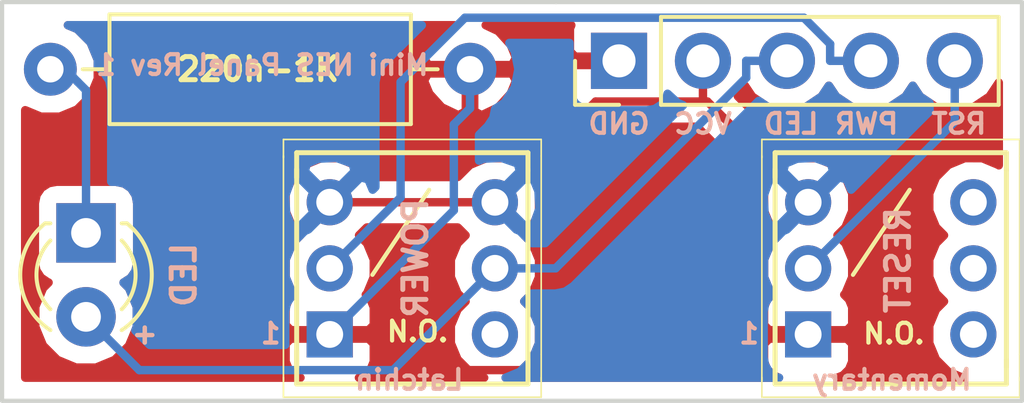
<source format=kicad_pcb>
(kicad_pcb (version 4) (host pcbnew 4.0.6)

  (general
    (links 11)
    (no_connects 0)
    (area 131.254499 101.663499 162.242501 113.855501)
    (thickness 1.6)
    (drawings 21)
    (tracks 40)
    (zones 0)
    (modules 5)
    (nets 8)
  )

  (page USLetter)
  (title_block
    (title "Mini-NES_NFC_FRONT-PANEL by @coderkevin")
    (date 2017-05-18)
    (rev 1.0)
    (company "Eladio Martinez")
  )

  (layers
    (0 F.Cu signal)
    (31 B.Cu signal)
    (32 B.Adhes user)
    (33 F.Adhes user)
    (34 B.Paste user)
    (35 F.Paste user)
    (36 B.SilkS user)
    (37 F.SilkS user)
    (38 B.Mask user)
    (39 F.Mask user)
    (40 Dwgs.User user)
    (41 Cmts.User user)
    (42 Eco1.User user)
    (43 Eco2.User user)
    (44 Edge.Cuts user)
    (45 Margin user)
    (46 B.CrtYd user)
    (47 F.CrtYd user)
    (48 B.Fab user)
    (49 F.Fab user)
  )

  (setup
    (last_trace_width 0.254)
    (user_trace_width 0.1524)
    (user_trace_width 0.2)
    (user_trace_width 0.25)
    (user_trace_width 0.3)
    (user_trace_width 0.4)
    (user_trace_width 0.5)
    (user_trace_width 0.6)
    (user_trace_width 0.8)
    (user_trace_width 1)
    (user_trace_width 1.2)
    (user_trace_width 1.5)
    (user_trace_width 2)
    (trace_clearance 0.254)
    (zone_clearance 0.508)
    (zone_45_only no)
    (trace_min 0.1524)
    (segment_width 0.127)
    (edge_width 0.127)
    (via_size 0.6858)
    (via_drill 0.3302)
    (via_min_size 0.6858)
    (via_min_drill 0.3302)
    (uvia_size 0.508)
    (uvia_drill 0.127)
    (uvias_allowed no)
    (uvia_min_size 0.508)
    (uvia_min_drill 0.127)
    (pcb_text_width 0.127)
    (pcb_text_size 0.6 0.6)
    (mod_edge_width 0.127)
    (mod_text_size 0.6 0.6)
    (mod_text_width 0.127)
    (pad_size 1.524 1.524)
    (pad_drill 0.762)
    (pad_to_mask_clearance 0.05)
    (pad_to_paste_clearance -0.04)
    (aux_axis_origin 0 0)
    (visible_elements 7FFFFFFF)
    (pcbplotparams
      (layerselection 0x010f0_80000001)
      (usegerberextensions true)
      (excludeedgelayer true)
      (linewidth 0.127000)
      (plotframeref false)
      (viasonmask false)
      (mode 1)
      (useauxorigin false)
      (hpglpennumber 1)
      (hpglpenspeed 20)
      (hpglpendiameter 15)
      (hpglpenoverlay 2)
      (psnegative false)
      (psa4output false)
      (plotreference true)
      (plotvalue true)
      (plotinvisibletext false)
      (padsonsilk false)
      (subtractmaskfromsilk false)
      (outputformat 1)
      (mirror false)
      (drillshape 0)
      (scaleselection 1)
      (outputdirectory Mini-NES_Panel.gerber/))
  )

  (net 0 "")
  (net 1 /LED)
  (net 2 /GND)
  (net 3 /VCC)
  (net 4 /PWR)
  (net 5 /RST)
  (net 6 "Net-(SW2-Pad4)")
  (net 7 "Net-(D1-Pad1)")

  (net_class Default "Dit is de standaard class."
    (clearance 0.254)
    (trace_width 0.254)
    (via_dia 0.6858)
    (via_drill 0.3302)
    (uvia_dia 0.508)
    (uvia_drill 0.127)
    (add_net /GND)
    (add_net /LED)
    (add_net /PWR)
    (add_net /RST)
    (add_net /VCC)
    (add_net "Net-(D1-Pad1)")
    (add_net "Net-(SW2-Pad4)")
  )

  (net_class 0.2mm ""
    (clearance 0.2)
    (trace_width 0.2)
    (via_dia 0.6858)
    (via_drill 0.3302)
    (uvia_dia 0.508)
    (uvia_drill 0.127)
  )

  (net_class Minimal ""
    (clearance 0.1524)
    (trace_width 0.1524)
    (via_dia 0.6858)
    (via_drill 0.3302)
    (uvia_dia 0.508)
    (uvia_drill 0.127)
  )

  (module Pin_Headers:Pin_Header_Straight_1x05_Pitch2.54mm (layer F.Cu) (tedit 591F4523) (tstamp 591E5F35)
    (at 149.987 103.505 90)
    (descr "Through hole straight pin header, 1x05, 2.54mm pitch, single row")
    (tags "Through hole pin header THT 1x05 2.54mm single row")
    (path /591E5B6A)
    (fp_text reference J1 (at 0 -2.33 90) (layer F.SilkS) hide
      (effects (font (size 1 1) (thickness 0.15)))
    )
    (fp_text value FRONT_CONN (at -1.905 2.921 180) (layer F.Fab) hide
      (effects (font (size 1 1) (thickness 0.15)))
    )
    (fp_line (start -1.27 -1.27) (end -1.27 11.43) (layer F.Fab) (width 0.1))
    (fp_line (start -1.27 11.43) (end 1.27 11.43) (layer F.Fab) (width 0.1))
    (fp_line (start 1.27 11.43) (end 1.27 -1.27) (layer F.Fab) (width 0.1))
    (fp_line (start 1.27 -1.27) (end -1.27 -1.27) (layer F.Fab) (width 0.1))
    (fp_line (start -1.33 1.27) (end -1.33 11.49) (layer F.SilkS) (width 0.12))
    (fp_line (start -1.33 11.49) (end 1.33 11.49) (layer F.SilkS) (width 0.12))
    (fp_line (start 1.33 11.49) (end 1.33 1.27) (layer F.SilkS) (width 0.12))
    (fp_line (start 1.33 1.27) (end -1.33 1.27) (layer F.SilkS) (width 0.12))
    (fp_line (start -1.33 0) (end -1.33 -1.33) (layer F.SilkS) (width 0.12))
    (fp_line (start -1.33 -1.33) (end 0 -1.33) (layer F.SilkS) (width 0.12))
    (fp_line (start -1.8 -1.8) (end -1.8 11.95) (layer F.CrtYd) (width 0.05))
    (fp_line (start -1.8 11.95) (end 1.8 11.95) (layer F.CrtYd) (width 0.05))
    (fp_line (start 1.8 11.95) (end 1.8 -1.8) (layer F.CrtYd) (width 0.05))
    (fp_line (start 1.8 -1.8) (end -1.8 -1.8) (layer F.CrtYd) (width 0.05))
    (fp_text user %R (at 0 -2.33 90) (layer F.Fab) hide
      (effects (font (size 1 1) (thickness 0.15)))
    )
    (pad 1 thru_hole rect (at 0 0 90) (size 1.7 1.7) (drill 1) (layers *.Cu *.Mask)
      (net 2 /GND))
    (pad 2 thru_hole oval (at 0 2.54 90) (size 1.7 1.7) (drill 1) (layers *.Cu *.Mask)
      (net 3 /VCC))
    (pad 3 thru_hole oval (at 0 5.08 90) (size 1.7 1.7) (drill 1) (layers *.Cu *.Mask)
      (net 1 /LED))
    (pad 4 thru_hole oval (at 0 7.62 90) (size 1.7 1.7) (drill 1) (layers *.Cu *.Mask)
      (net 4 /PWR))
    (pad 5 thru_hole oval (at 0 10.16 90) (size 1.7 1.7) (drill 1) (layers *.Cu *.Mask)
      (net 5 /RST))
    (model ${KISYS3DMOD}/Pin_Headers.3dshapes/Pin_Header_Straight_1x05_Pitch2.54mm.wrl
      (at (xyz 0 -0.2 0))
      (scale (xyz 1 1 1))
      (rotate (xyz 0 0 90))
    )
  )

  (module LEDs:LED_D3.0mm (layer F.Cu) (tedit 59446E6A) (tstamp 59446BC3)
    (at 133.858 108.712 270)
    (descr "LED, diameter 3.0mm, 2 pins")
    (tags "LED diameter 3.0mm 2 pins")
    (path /591E600E)
    (fp_text reference LED (at 1.27 -2.96 270) (layer B.SilkS)
      (effects (font (size 0.7 0.7) (thickness 0.15)) (justify mirror))
    )
    (fp_text value LED (at 1.27 -3.4925 270) (layer F.Fab) hide
      (effects (font (size 1 1) (thickness 0.15)))
    )
    (fp_arc (start 1.27 0) (end -0.23 -1.16619) (angle 284.3) (layer F.Fab) (width 0.1))
    (fp_arc (start 1.27 0) (end -0.29 -1.235516) (angle 108.8) (layer F.SilkS) (width 0.12))
    (fp_arc (start 1.27 0) (end -0.29 1.235516) (angle -108.8) (layer F.SilkS) (width 0.12))
    (fp_arc (start 1.27 0) (end 0.229039 -1.08) (angle 87.9) (layer F.SilkS) (width 0.12))
    (fp_arc (start 1.27 0) (end 0.229039 1.08) (angle -87.9) (layer F.SilkS) (width 0.12))
    (fp_circle (center 1.27 0) (end 2.77 0) (layer F.Fab) (width 0.1))
    (fp_line (start -0.23 -1.16619) (end -0.23 1.16619) (layer F.Fab) (width 0.1))
    (fp_line (start -0.29 -1.236) (end -0.29 -1.08) (layer F.SilkS) (width 0.12))
    (fp_line (start -0.29 1.08) (end -0.29 1.236) (layer F.SilkS) (width 0.12))
    (fp_line (start -1.15 -2.25) (end -1.15 2.25) (layer F.CrtYd) (width 0.05))
    (fp_line (start -1.15 2.25) (end 3.7 2.25) (layer F.CrtYd) (width 0.05))
    (fp_line (start 3.7 2.25) (end 3.7 -2.25) (layer F.CrtYd) (width 0.05))
    (fp_line (start 3.7 -2.25) (end -1.15 -2.25) (layer F.CrtYd) (width 0.05))
    (pad 1 thru_hole rect (at 0 0 270) (size 1.8 1.8) (drill 0.9) (layers *.Cu *.Mask)
      (net 7 "Net-(D1-Pad1)"))
    (pad 2 thru_hole circle (at 2.54 0 270) (size 1.8 1.8) (drill 0.9) (layers *.Cu *.Mask)
      (net 1 /LED))
    (model LEDs.3dshapes/LED_D3.0mm.wrl
      (at (xyz 0 0 0))
      (scale (xyz 0.393701 0.393701 0.393701))
      (rotate (xyz 0 0 0))
    )
  )

  (module Resistors_THT:R_Axial_DIN0309_L9.0mm_D3.2mm_P12.70mm_Horizontal (layer F.Cu) (tedit 59446CEA) (tstamp 59446BD9)
    (at 132.778 103.759)
    (descr "Resistor, Axial_DIN0309 series, Axial, Horizontal, pin pitch=12.7mm, 0.5W = 1/2W, length*diameter=9*3.2mm^2, http://cdn-reichelt.de/documents/datenblatt/B400/1_4W%23YAG.pdf")
    (tags "Resistor Axial_DIN0309 series Axial Horizontal pin pitch 12.7mm 0.5W = 1/2W length 9mm diameter 3.2mm")
    (path /591F3340)
    (fp_text reference 220h-1K (at 6.2865 0) (layer F.SilkS)
      (effects (font (size 0.7 0.7) (thickness 0.15)))
    )
    (fp_text value 220h (at 6.35 2.66) (layer F.Fab) hide
      (effects (font (size 1 1) (thickness 0.15)))
    )
    (fp_line (start 1.85 -1.6) (end 1.85 1.6) (layer F.Fab) (width 0.1))
    (fp_line (start 1.85 1.6) (end 10.85 1.6) (layer F.Fab) (width 0.1))
    (fp_line (start 10.85 1.6) (end 10.85 -1.6) (layer F.Fab) (width 0.1))
    (fp_line (start 10.85 -1.6) (end 1.85 -1.6) (layer F.Fab) (width 0.1))
    (fp_line (start 0 0) (end 1.85 0) (layer F.Fab) (width 0.1))
    (fp_line (start 12.7 0) (end 10.85 0) (layer F.Fab) (width 0.1))
    (fp_line (start 1.79 -1.66) (end 1.79 1.66) (layer F.SilkS) (width 0.12))
    (fp_line (start 1.79 1.66) (end 10.91 1.66) (layer F.SilkS) (width 0.12))
    (fp_line (start 10.91 1.66) (end 10.91 -1.66) (layer F.SilkS) (width 0.12))
    (fp_line (start 10.91 -1.66) (end 1.79 -1.66) (layer F.SilkS) (width 0.12))
    (fp_line (start 0.98 0) (end 1.79 0) (layer F.SilkS) (width 0.12))
    (fp_line (start 11.72 0) (end 10.91 0) (layer F.SilkS) (width 0.12))
    (fp_line (start -1.05 -1.95) (end -1.05 1.95) (layer F.CrtYd) (width 0.05))
    (fp_line (start -1.05 1.95) (end 13.75 1.95) (layer F.CrtYd) (width 0.05))
    (fp_line (start 13.75 1.95) (end 13.75 -1.95) (layer F.CrtYd) (width 0.05))
    (fp_line (start 13.75 -1.95) (end -1.05 -1.95) (layer F.CrtYd) (width 0.05))
    (pad 1 thru_hole circle (at 0 0) (size 1.6 1.6) (drill 0.8) (layers *.Cu *.Mask)
      (net 7 "Net-(D1-Pad1)"))
    (pad 2 thru_hole oval (at 12.7 0) (size 1.6 1.6) (drill 0.8) (layers *.Cu *.Mask)
      (net 2 /GND))
    (model Resistors_THT.3dshapes/R_Axial_DIN0309_L9.0mm_D3.2mm_P12.70mm_Horizontal.wrl
      (at (xyz 0 0 0))
      (scale (xyz 0.393701 0.393701 0.393701))
      (rotate (xyz 0 0 0))
    )
  )

  (module e-switch:TL2230 (layer F.Cu) (tedit 59446CF7) (tstamp 59446BF4)
    (at 156.21 113.284)
    (descr "DPDT Latching Mini Push Button Switch 7mmx7mm")
    (tags "SWITCH DEV TL2230EE TL2230OA TL2230")
    (path /591F3F8D)
    (fp_text reference RESET (at 2.2225 -3.7465 90) (layer B.SilkS)
      (effects (font (size 0.7 0.7) (thickness 0.15)) (justify mirror))
    )
    (fp_text value TL2230OA (at 2 -8.5) (layer F.Fab) hide
      (effects (font (size 1 1) (thickness 0.15)))
    )
    (fp_line (start 5.9 -6.9) (end 5.9 -7.4) (layer F.SilkS) (width 0.05))
    (fp_line (start 5.9 -7.4) (end -1.9 -7.4) (layer F.SilkS) (width 0.05))
    (fp_line (start -1.9 -7.4) (end -1.9 -6.85) (layer F.SilkS) (width 0.05))
    (fp_line (start -1.9 0.4) (end 5.9 0.4) (layer F.SilkS) (width 0.05))
    (fp_line (start 5.9 0.4) (end 5.9 -0.2) (layer F.SilkS) (width 0.05))
    (fp_line (start -1.9 -0.2) (end -1.9 0.4) (layer F.SilkS) (width 0.05))
    (fp_line (start 5.5 -6.45) (end 5.5 -7) (layer F.SilkS) (width 0.15))
    (fp_line (start -1.5 0) (end -1.5 -1) (layer F.SilkS) (width 0.15))
    (fp_line (start 5.5 -7) (end -1.5 -7) (layer F.SilkS) (width 0.15))
    (fp_line (start -1.5 -7) (end -1.5 -6.25) (layer F.SilkS) (width 0.15))
    (fp_line (start -1.5 0) (end 5.5 0) (layer F.SilkS) (width 0.15))
    (fp_line (start 5.5 0) (end 5.5 -0.75) (layer F.SilkS) (width 0.15))
    (fp_line (start 5.9 -0.9) (end 5.9 -6.9) (layer F.SilkS) (width 0.05))
    (fp_line (start -1.9 -6.9) (end -1.9 -0.1) (layer F.SilkS) (width 0.05))
    (fp_line (start -1.5 -0.5) (end -1.5 -6.5) (layer F.SilkS) (width 0.15))
    (fp_line (start 5.9 -0.9) (end 5.9 -0.1) (layer F.SilkS) (width 0.05))
    (fp_line (start 5.5 -0.5) (end 5.5 -6.5) (layer F.SilkS) (width 0.15))
    (pad 4 thru_hole circle (at 4.5 -1.5) (size 1.397 1.397) (drill 0.8128) (layers *.Cu *.Mask))
    (pad 5 thru_hole circle (at 4.5 -3.5 90) (size 1.397 1.397) (drill 0.8128) (layers *.Cu *.Mask))
    (pad 6 thru_hole circle (at 4.5 -5.5 90) (size 1.397 1.397) (drill 0.8128) (layers *.Cu *.Mask))
    (pad 3 thru_hole circle (at -0.5 -5.5 90) (size 1.397 1.397) (drill 0.8128) (layers *.Cu *.Mask)
      (net 3 /VCC))
    (pad 2 thru_hole circle (at -0.5 -3.5 90) (size 1.397 1.397) (drill 0.8128) (layers *.Cu *.Mask)
      (net 5 /RST))
    (pad 1 thru_hole rect (at -0.5 -1.5) (size 1.397 1.397) (drill 0.8128) (layers *.Cu *.Mask)
      (net 2 /GND))
    (model ${MYLIB3DMOD}/e-switch.3dshapes/TL2230EE.wrl
      (at (xyz -0.055 0.003 0))
      (scale (xyz 0.393701 0.393701 0.393701))
      (rotate (xyz 0 0 0))
    )
  )

  (module e-switch:TL2230 (layer F.Cu) (tedit 59446CF1) (tstamp 59446C0F)
    (at 141.732 113.284)
    (descr "DPDT Latching Mini Push Button Switch 7mmx7mm")
    (tags "SWITCH DEV TL2230EE TL2230OA TL2230")
    (path /591F4014)
    (fp_text reference POWER (at 2.0955 -3.81 90) (layer B.SilkS)
      (effects (font (size 0.7 0.7) (thickness 0.15)) (justify mirror))
    )
    (fp_text value TL2230EE (at 2 -8.5) (layer F.Fab) hide
      (effects (font (size 1 1) (thickness 0.15)))
    )
    (fp_line (start 5.9 -6.9) (end 5.9 -7.4) (layer F.SilkS) (width 0.05))
    (fp_line (start 5.9 -7.4) (end -1.9 -7.4) (layer F.SilkS) (width 0.05))
    (fp_line (start -1.9 -7.4) (end -1.9 -6.85) (layer F.SilkS) (width 0.05))
    (fp_line (start -1.9 0.4) (end 5.9 0.4) (layer F.SilkS) (width 0.05))
    (fp_line (start 5.9 0.4) (end 5.9 -0.2) (layer F.SilkS) (width 0.05))
    (fp_line (start -1.9 -0.2) (end -1.9 0.4) (layer F.SilkS) (width 0.05))
    (fp_line (start 5.5 -6.45) (end 5.5 -7) (layer F.SilkS) (width 0.15))
    (fp_line (start -1.5 0) (end -1.5 -1) (layer F.SilkS) (width 0.15))
    (fp_line (start 5.5 -7) (end -1.5 -7) (layer F.SilkS) (width 0.15))
    (fp_line (start -1.5 -7) (end -1.5 -6.25) (layer F.SilkS) (width 0.15))
    (fp_line (start -1.5 0) (end 5.5 0) (layer F.SilkS) (width 0.15))
    (fp_line (start 5.5 0) (end 5.5 -0.75) (layer F.SilkS) (width 0.15))
    (fp_line (start 5.9 -0.9) (end 5.9 -6.9) (layer F.SilkS) (width 0.05))
    (fp_line (start -1.9 -6.9) (end -1.9 -0.1) (layer F.SilkS) (width 0.05))
    (fp_line (start -1.5 -0.5) (end -1.5 -6.5) (layer F.SilkS) (width 0.15))
    (fp_line (start 5.9 -0.9) (end 5.9 -0.1) (layer F.SilkS) (width 0.05))
    (fp_line (start 5.5 -0.5) (end 5.5 -6.5) (layer F.SilkS) (width 0.15))
    (pad 4 thru_hole circle (at 4.5 -1.5) (size 1.397 1.397) (drill 0.8128) (layers *.Cu *.Mask)
      (net 6 "Net-(SW2-Pad4)"))
    (pad 5 thru_hole circle (at 4.5 -3.5 90) (size 1.397 1.397) (drill 0.8128) (layers *.Cu *.Mask)
      (net 1 /LED))
    (pad 6 thru_hole circle (at 4.5 -5.5 90) (size 1.397 1.397) (drill 0.8128) (layers *.Cu *.Mask)
      (net 3 /VCC))
    (pad 3 thru_hole circle (at -0.5 -5.5 90) (size 1.397 1.397) (drill 0.8128) (layers *.Cu *.Mask)
      (net 3 /VCC))
    (pad 2 thru_hole circle (at -0.5 -3.5 90) (size 1.397 1.397) (drill 0.8128) (layers *.Cu *.Mask)
      (net 4 /PWR))
    (pad 1 thru_hole rect (at -0.5 -1.5) (size 1.397 1.397) (drill 0.8128) (layers *.Cu *.Mask)
      (net 2 /GND))
    (model ${MYLIB3DMOD}/e-switch.3dshapes/TL2230EE.wrl
      (at (xyz -0.055 0.003 0))
      (scale (xyz 0.393701 0.393701 0.393701))
      (rotate (xyz 0 0 0))
    )
  )

  (gr_text N.O. (at 158.3055 111.76) (layer F.SilkS)
    (effects (font (size 0.6 0.6) (thickness 0.127)))
  )
  (gr_text N.O. (at 143.891 111.6965) (layer F.SilkS)
    (effects (font (size 0.6 0.6) (thickness 0.127)))
  )
  (gr_text / (at 157.9245 108.585) (layer F.SilkS)
    (effects (font (size 2 2) (thickness 0.127)))
  )
  (gr_text / (at 143.383 108.585) (layer F.SilkS)
    (effects (font (size 2 2) (thickness 0.127)))
  )
  (gr_text 1 (at 153.924 111.76) (layer B.SilkS)
    (effects (font (size 0.6 0.6) (thickness 0.127)) (justify mirror))
  )
  (gr_text 1 (at 139.446 111.76) (layer B.SilkS)
    (effects (font (size 0.6 0.6) (thickness 0.127)) (justify mirror))
  )
  (gr_text "Mini NES Panel Rev 1" (at 139.192 103.632) (layer B.SilkS)
    (effects (font (size 0.6 0.6) (thickness 0.127)) (justify mirror))
  )
  (gr_line (start 131.318 101.727) (end 131.318 113.792) (angle 90) (layer Edge.Cuts) (width 0.127))
  (gr_line (start 148.082 101.727) (end 131.318 101.727) (angle 90) (layer Edge.Cuts) (width 0.127))
  (gr_line (start 148.082 101.727) (end 162.179 101.727) (angle 90) (layer Edge.Cuts) (width 0.127))
  (gr_line (start 162.179 101.727) (end 162.179 113.792) (angle 90) (layer Edge.Cuts) (width 0.127))
  (gr_line (start 162.179 113.792) (end 131.318 113.792) (angle 90) (layer Edge.Cuts) (width 0.127))
  (gr_text Latchin (at 143.637 113.157) (layer B.SilkS)
    (effects (font (size 0.6 0.6) (thickness 0.127)) (justify mirror))
  )
  (gr_text Momentary (at 158.242 113.157) (layer B.SilkS)
    (effects (font (size 0.6 0.6) (thickness 0.127)) (justify mirror))
  )
  (gr_text GND (at 149.987 105.41) (layer B.SilkS)
    (effects (font (size 0.6 0.6) (thickness 0.127)) (justify mirror))
  )
  (gr_text VCC (at 152.527 105.41) (layer B.SilkS)
    (effects (font (size 0.6 0.6) (thickness 0.127)) (justify mirror))
  )
  (gr_text LED (at 155.194 105.41) (layer B.SilkS)
    (effects (font (size 0.6 0.6) (thickness 0.127)) (justify mirror))
  )
  (gr_text PWR (at 157.48 105.41) (layer B.SilkS)
    (effects (font (size 0.6 0.6) (thickness 0.127)) (justify mirror))
  )
  (gr_text RST (at 160.274 105.41) (layer B.SilkS)
    (effects (font (size 0.6 0.6) (thickness 0.127)) (justify mirror))
  )
  (gr_text + (at 135.636 111.76) (layer B.SilkS)
    (effects (font (size 0.6 0.6) (thickness 0.127)))
  )
  (gr_text + (at 135.636 111.76) (layer F.SilkS)
    (effects (font (size 0.6 0.6) (thickness 0.127)))
  )

  (segment (start 153.8357 104.0152) (end 153.8357 103.505) (width 0.254) (layer B.Cu) (net 1))
  (segment (start 148.0669 109.784) (end 153.8357 104.0152) (width 0.254) (layer B.Cu) (net 1))
  (segment (start 146.232 109.784) (end 148.0669 109.784) (width 0.254) (layer B.Cu) (net 1))
  (segment (start 155.067 103.505) (end 153.8357 103.505) (width 0.254) (layer B.Cu) (net 1))
  (segment (start 143.1521 112.8639) (end 146.232 109.784) (width 0.254) (layer B.Cu) (net 1))
  (segment (start 135.4699 112.8639) (end 143.1521 112.8639) (width 0.254) (layer B.Cu) (net 1))
  (segment (start 133.858 111.252) (end 135.4699 112.8639) (width 0.254) (layer B.Cu) (net 1))
  (segment (start 143.3916 112.8638) (end 142.3118 111.784) (width 0.254) (layer F.Cu) (net 2))
  (segment (start 153.5504 112.8638) (end 143.3916 112.8638) (width 0.254) (layer F.Cu) (net 2))
  (segment (start 154.6302 111.784) (end 153.5504 112.8638) (width 0.254) (layer F.Cu) (net 2))
  (segment (start 155.71 111.784) (end 154.6302 111.784) (width 0.254) (layer F.Cu) (net 2))
  (segment (start 141.232 111.784) (end 142.3118 111.784) (width 0.254) (layer F.Cu) (net 2))
  (segment (start 148.5017 103.759) (end 148.7557 103.505) (width 0.254) (layer F.Cu) (net 2))
  (segment (start 145.478 103.759) (end 148.5017 103.759) (width 0.254) (layer F.Cu) (net 2))
  (segment (start 149.987 103.505) (end 148.7557 103.505) (width 0.254) (layer F.Cu) (net 2))
  (segment (start 144.9886 105.4297) (end 145.478 104.9403) (width 0.254) (layer B.Cu) (net 2))
  (segment (start 144.9886 108.0274) (end 144.9886 105.4297) (width 0.254) (layer B.Cu) (net 2))
  (segment (start 141.232 111.784) (end 144.9886 108.0274) (width 0.254) (layer B.Cu) (net 2))
  (segment (start 145.478 103.759) (end 145.478 104.9403) (width 0.254) (layer B.Cu) (net 2))
  (segment (start 152.6623 104.7363) (end 152.527 104.7363) (width 0.254) (layer F.Cu) (net 3))
  (segment (start 155.71 107.784) (end 152.6623 104.7363) (width 0.254) (layer F.Cu) (net 3))
  (segment (start 152.527 103.505) (end 152.527 104.7363) (width 0.254) (layer F.Cu) (net 3))
  (segment (start 141.232 107.784) (end 146.232 107.784) (width 0.254) (layer F.Cu) (net 3))
  (segment (start 149.2797 104.7363) (end 152.527 104.7363) (width 0.254) (layer F.Cu) (net 3))
  (segment (start 146.232 107.784) (end 149.2797 104.7363) (width 0.254) (layer F.Cu) (net 3))
  (segment (start 157.607 103.505) (end 156.3757 103.505) (width 0.254) (layer B.Cu) (net 4))
  (segment (start 143.3771 107.6389) (end 141.232 109.784) (width 0.254) (layer B.Cu) (net 4))
  (segment (start 143.3771 104.1478) (end 143.3771 107.6389) (width 0.254) (layer B.Cu) (net 4))
  (segment (start 145.3247 102.2002) (end 143.3771 104.1478) (width 0.254) (layer B.Cu) (net 4))
  (segment (start 155.5811 102.2002) (end 145.3247 102.2002) (width 0.254) (layer B.Cu) (net 4))
  (segment (start 156.3757 102.9948) (end 155.5811 102.2002) (width 0.254) (layer B.Cu) (net 4))
  (segment (start 156.3757 103.505) (end 156.3757 102.9948) (width 0.254) (layer B.Cu) (net 4))
  (segment (start 160.147 105.347) (end 160.147 103.505) (width 0.254) (layer B.Cu) (net 5))
  (segment (start 155.71 109.784) (end 160.147 105.347) (width 0.254) (layer B.Cu) (net 5))
  (segment (start 133.35 103.886) (end 133.477 104.013) (width 0.254) (layer B.Cu) (net 7))
  (segment (start 133.032 104.013) (end 132.778 103.759) (width 0.254) (layer B.Cu) (net 7))
  (segment (start 133.477 104.013) (end 133.032 104.013) (width 0.254) (layer B.Cu) (net 7))
  (segment (start 133.477 104.013) (end 133.604 104.14) (width 0.254) (layer B.Cu) (net 7))
  (segment (start 133.858 104.394) (end 133.858 108.712) (width 0.254) (layer B.Cu) (net 7))
  (segment (start 133.604 104.14) (end 133.858 104.394) (width 0.254) (layer B.Cu) (net 7))

  (zone (net 2) (net_name /GND) (layer F.Cu) (tstamp 59446E6D) (hatch edge 0.508)
    (connect_pads (clearance 0.508))
    (min_thickness 0.254)
    (fill yes (arc_segments 16) (thermal_gap 0.508) (thermal_bridge_width 0.508))
    (polygon
      (pts
        (xy 162.179 113.7285) (xy 131.318 113.792) (xy 131.3815 101.727) (xy 162.179 101.727)
      )
    )
    (filled_polygon
      (pts
        (xy 161.4805 106.668345) (xy 161.466353 106.654173) (xy 160.976413 106.450732) (xy 160.445914 106.450269) (xy 159.95562 106.652854)
        (xy 159.580173 107.027647) (xy 159.376732 107.517587) (xy 159.376269 108.048086) (xy 159.578854 108.53838) (xy 159.824145 108.7841)
        (xy 159.580173 109.027647) (xy 159.376732 109.517587) (xy 159.376269 110.048086) (xy 159.578854 110.53838) (xy 159.824145 110.7841)
        (xy 159.580173 111.027647) (xy 159.376732 111.517587) (xy 159.376269 112.048086) (xy 159.578854 112.53838) (xy 159.953647 112.913827)
        (xy 160.386347 113.0935) (xy 156.59275 113.0935) (xy 156.768198 113.020827) (xy 156.946827 112.842199) (xy 157.0435 112.60881)
        (xy 157.0435 112.06975) (xy 156.88475 111.911) (xy 155.837 111.911) (xy 155.837 111.931) (xy 155.583 111.931)
        (xy 155.583 111.911) (xy 154.53525 111.911) (xy 154.3765 112.06975) (xy 154.3765 112.60881) (xy 154.473173 112.842199)
        (xy 154.651802 113.020827) (xy 154.82725 113.0935) (xy 146.55473 113.0935) (xy 146.98638 112.915146) (xy 147.361827 112.540353)
        (xy 147.565268 112.050413) (xy 147.565731 111.519914) (xy 147.363146 111.02962) (xy 147.117855 110.7839) (xy 147.361827 110.540353)
        (xy 147.565268 110.050413) (xy 147.565731 109.519914) (xy 147.363146 109.02962) (xy 147.117855 108.7839) (xy 147.361827 108.540353)
        (xy 147.565268 108.050413) (xy 147.565724 107.527906) (xy 149.595331 105.4983) (xy 152.34667 105.4983) (xy 154.376723 107.528353)
        (xy 154.376269 108.048086) (xy 154.578854 108.53838) (xy 154.824145 108.7841) (xy 154.580173 109.027647) (xy 154.376732 109.517587)
        (xy 154.376269 110.048086) (xy 154.578854 110.53838) (xy 154.619689 110.579286) (xy 154.473173 110.725801) (xy 154.3765 110.95919)
        (xy 154.3765 111.49825) (xy 154.53525 111.657) (xy 155.583 111.657) (xy 155.583 111.637) (xy 155.837 111.637)
        (xy 155.837 111.657) (xy 156.88475 111.657) (xy 157.0435 111.49825) (xy 157.0435 110.95919) (xy 156.946827 110.725801)
        (xy 156.800568 110.579543) (xy 156.839827 110.540353) (xy 157.043268 110.050413) (xy 157.043731 109.519914) (xy 156.841146 109.02962)
        (xy 156.595855 108.7839) (xy 156.839827 108.540353) (xy 157.043268 108.050413) (xy 157.043731 107.519914) (xy 156.841146 107.02962)
        (xy 156.466353 106.654173) (xy 155.976413 106.450732) (xy 155.453907 106.450276) (xy 153.581349 104.577719) (xy 153.797 104.254974)
        (xy 154.016946 104.584147) (xy 154.498715 104.906054) (xy 155.067 105.019093) (xy 155.635285 104.906054) (xy 156.117054 104.584147)
        (xy 156.337 104.254974) (xy 156.556946 104.584147) (xy 157.038715 104.906054) (xy 157.607 105.019093) (xy 158.175285 104.906054)
        (xy 158.657054 104.584147) (xy 158.877 104.254974) (xy 159.096946 104.584147) (xy 159.578715 104.906054) (xy 160.147 105.019093)
        (xy 160.715285 104.906054) (xy 161.197054 104.584147) (xy 161.4805 104.159939)
      )
    )
    (filled_polygon
      (pts
        (xy 144.622866 102.606611) (xy 144.246959 103.021577) (xy 144.086096 103.409961) (xy 144.208085 103.632) (xy 145.351 103.632)
        (xy 145.351 103.612) (xy 145.605 103.612) (xy 145.605 103.632) (xy 146.747915 103.632) (xy 146.869904 103.409961)
        (xy 146.709041 103.021577) (xy 146.333134 102.606611) (xy 145.950464 102.4255) (xy 148.544743 102.4255) (xy 148.502 102.528691)
        (xy 148.502 103.21925) (xy 148.66075 103.378) (xy 149.86 103.378) (xy 149.86 103.358) (xy 150.114 103.358)
        (xy 150.114 103.378) (xy 150.134 103.378) (xy 150.134 103.632) (xy 150.114 103.632) (xy 150.114 103.652)
        (xy 149.86 103.652) (xy 149.86 103.632) (xy 148.66075 103.632) (xy 148.502 103.79075) (xy 148.502 104.436369)
        (xy 146.487647 106.450723) (xy 145.967914 106.450269) (xy 145.47762 106.652854) (xy 145.10783 107.022) (xy 142.355539 107.022)
        (xy 141.988353 106.654173) (xy 141.498413 106.450732) (xy 140.967914 106.450269) (xy 140.47762 106.652854) (xy 140.102173 107.027647)
        (xy 139.898732 107.517587) (xy 139.898269 108.048086) (xy 140.100854 108.53838) (xy 140.346145 108.7841) (xy 140.102173 109.027647)
        (xy 139.898732 109.517587) (xy 139.898269 110.048086) (xy 140.100854 110.53838) (xy 140.141689 110.579286) (xy 139.995173 110.725801)
        (xy 139.8985 110.95919) (xy 139.8985 111.49825) (xy 140.05725 111.657) (xy 141.105 111.657) (xy 141.105 111.637)
        (xy 141.359 111.637) (xy 141.359 111.657) (xy 142.40675 111.657) (xy 142.5655 111.49825) (xy 142.5655 110.95919)
        (xy 142.468827 110.725801) (xy 142.322568 110.579543) (xy 142.361827 110.540353) (xy 142.565268 110.050413) (xy 142.565731 109.519914)
        (xy 142.363146 109.02962) (xy 142.117855 108.7839) (xy 142.35617 108.546) (xy 145.108461 108.546) (xy 145.346145 108.7841)
        (xy 145.102173 109.027647) (xy 144.898732 109.517587) (xy 144.898269 110.048086) (xy 145.100854 110.53838) (xy 145.346145 110.7841)
        (xy 145.102173 111.027647) (xy 144.898732 111.517587) (xy 144.898269 112.048086) (xy 145.100854 112.53838) (xy 145.475647 112.913827)
        (xy 145.908347 113.0935) (xy 142.11475 113.0935) (xy 142.290198 113.020827) (xy 142.468827 112.842199) (xy 142.5655 112.60881)
        (xy 142.5655 112.06975) (xy 142.40675 111.911) (xy 141.359 111.911) (xy 141.359 111.931) (xy 141.105 111.931)
        (xy 141.105 111.911) (xy 140.05725 111.911) (xy 139.8985 112.06975) (xy 139.8985 112.60881) (xy 139.995173 112.842199)
        (xy 140.173802 113.020827) (xy 140.34925 113.0935) (xy 132.0165 113.0935) (xy 132.0165 107.812) (xy 132.31056 107.812)
        (xy 132.31056 109.612) (xy 132.354838 109.847317) (xy 132.49391 110.063441) (xy 132.70611 110.208431) (xy 132.726534 110.212567)
        (xy 132.557449 110.381357) (xy 132.323267 110.94533) (xy 132.322735 111.555991) (xy 132.555932 112.120371) (xy 132.987357 112.552551)
        (xy 133.55133 112.786733) (xy 134.161991 112.787265) (xy 134.726371 112.554068) (xy 135.158551 112.122643) (xy 135.392733 111.55867)
        (xy 135.393265 110.948009) (xy 135.160068 110.383629) (xy 134.99212 110.215387) (xy 134.993317 110.215162) (xy 135.209441 110.07609)
        (xy 135.354431 109.86389) (xy 135.40544 109.612) (xy 135.40544 107.812) (xy 135.361162 107.576683) (xy 135.22209 107.360559)
        (xy 135.00989 107.215569) (xy 134.758 107.16456) (xy 132.958 107.16456) (xy 132.722683 107.208838) (xy 132.506559 107.34791)
        (xy 132.361569 107.56011) (xy 132.31056 107.812) (xy 132.0165 107.812) (xy 132.0165 104.996592) (xy 132.491309 105.19375)
        (xy 133.062187 105.194248) (xy 133.5898 104.976243) (xy 133.993824 104.572923) (xy 134.18686 104.108039) (xy 144.086096 104.108039)
        (xy 144.246959 104.496423) (xy 144.622866 104.911389) (xy 145.128959 105.150914) (xy 145.351 105.029629) (xy 145.351 103.886)
        (xy 145.605 103.886) (xy 145.605 105.029629) (xy 145.827041 105.150914) (xy 146.333134 104.911389) (xy 146.709041 104.496423)
        (xy 146.869904 104.108039) (xy 146.747915 103.886) (xy 145.605 103.886) (xy 145.351 103.886) (xy 144.208085 103.886)
        (xy 144.086096 104.108039) (xy 134.18686 104.108039) (xy 134.21275 104.045691) (xy 134.213248 103.474813) (xy 133.995243 102.9472)
        (xy 133.591923 102.543176) (xy 133.308528 102.4255) (xy 145.005536 102.4255)
      )
    )
  )
  (zone (net 3) (net_name /VCC) (layer B.Cu) (tstamp 59446E6E) (hatch edge 0.508)
    (connect_pads (clearance 0.508))
    (min_thickness 0.254)
    (fill yes (arc_segments 16) (thermal_gap 0.508) (thermal_bridge_width 0.508))
    (polygon
      (pts
        (xy 162.179 101.727) (xy 162.179 113.7285) (xy 131.318 113.7285) (xy 131.3815 101.6635)
      )
    )
    (filled_polygon
      (pts
        (xy 159.096946 104.584147) (xy 159.385 104.776618) (xy 159.385 105.031369) (xy 157.010283 107.406086) (xy 156.8798 107.091071)
        (xy 156.644188 107.029417) (xy 155.889605 107.784) (xy 155.903748 107.798143) (xy 155.724143 107.977748) (xy 155.71 107.963605)
        (xy 155.066612 108.606993) (xy 154.95562 108.652854) (xy 154.580173 109.027647) (xy 154.376732 109.517587) (xy 154.376269 110.048086)
        (xy 154.578854 110.53838) (xy 154.62197 110.581571) (xy 154.560059 110.62141) (xy 154.415069 110.83361) (xy 154.36406 111.0855)
        (xy 154.36406 112.4825) (xy 154.408338 112.717817) (xy 154.54741 112.933941) (xy 154.75961 113.078931) (xy 154.831554 113.0935)
        (xy 146.55473 113.0935) (xy 146.98638 112.915146) (xy 147.361827 112.540353) (xy 147.565268 112.050413) (xy 147.565731 111.519914)
        (xy 147.363146 111.02962) (xy 147.117855 110.7839) (xy 147.35617 110.546) (xy 148.0669 110.546) (xy 148.358505 110.487996)
        (xy 148.605715 110.322815) (xy 151.33705 107.59148) (xy 154.364073 107.59148) (xy 154.392852 108.121199) (xy 154.5402 108.476929)
        (xy 154.775812 108.538583) (xy 155.530395 107.784) (xy 154.775812 107.029417) (xy 154.5402 107.091071) (xy 154.364073 107.59148)
        (xy 151.33705 107.59148) (xy 152.078718 106.849812) (xy 154.955417 106.849812) (xy 155.71 107.604395) (xy 156.464583 106.849812)
        (xy 156.402929 106.6142) (xy 155.90252 106.438073) (xy 155.372801 106.466852) (xy 155.017071 106.6142) (xy 154.955417 106.849812)
        (xy 152.078718 106.849812) (xy 154.213231 104.7153) (xy 154.498715 104.906054) (xy 155.067 105.019093) (xy 155.635285 104.906054)
        (xy 156.117054 104.584147) (xy 156.334447 104.258794) (xy 156.340335 104.259966) (xy 156.556946 104.584147) (xy 157.038715 104.906054)
        (xy 157.607 105.019093) (xy 158.175285 104.906054) (xy 158.657054 104.584147) (xy 158.877 104.254974)
      )
    )
    (filled_polygon
      (pts
        (xy 142.838285 103.608985) (xy 142.673104 103.856195) (xy 142.6151 104.1478) (xy 142.6151 107.323269) (xy 142.532283 107.406086)
        (xy 142.4018 107.091071) (xy 142.166188 107.029417) (xy 141.411605 107.784) (xy 141.425748 107.798143) (xy 141.246143 107.977748)
        (xy 141.232 107.963605) (xy 140.588612 108.606993) (xy 140.47762 108.652854) (xy 140.102173 109.027647) (xy 139.898732 109.517587)
        (xy 139.898269 110.048086) (xy 140.100854 110.53838) (xy 140.14397 110.581571) (xy 140.082059 110.62141) (xy 139.937069 110.83361)
        (xy 139.88606 111.0855) (xy 139.88606 112.1019) (xy 135.78553 112.1019) (xy 135.348595 111.664965) (xy 135.392733 111.55867)
        (xy 135.393265 110.948009) (xy 135.160068 110.383629) (xy 134.99212 110.215387) (xy 134.993317 110.215162) (xy 135.209441 110.07609)
        (xy 135.354431 109.86389) (xy 135.40544 109.612) (xy 135.40544 107.812) (xy 135.363947 107.59148) (xy 139.886073 107.59148)
        (xy 139.914852 108.121199) (xy 140.0622 108.476929) (xy 140.297812 108.538583) (xy 141.052395 107.784) (xy 140.297812 107.029417)
        (xy 140.0622 107.091071) (xy 139.886073 107.59148) (xy 135.363947 107.59148) (xy 135.361162 107.576683) (xy 135.22209 107.360559)
        (xy 135.00989 107.215569) (xy 134.758 107.16456) (xy 134.62 107.16456) (xy 134.62 106.849812) (xy 140.477417 106.849812)
        (xy 141.232 107.604395) (xy 141.986583 106.849812) (xy 141.924929 106.6142) (xy 141.42452 106.438073) (xy 140.894801 106.466852)
        (xy 140.539071 106.6142) (xy 140.477417 106.849812) (xy 134.62 106.849812) (xy 134.62 104.394) (xy 134.561996 104.102395)
        (xy 134.52739 104.050604) (xy 134.396815 103.855184) (xy 134.213076 103.671446) (xy 134.213248 103.474813) (xy 133.995243 102.9472)
        (xy 133.591923 102.543176) (xy 133.308528 102.4255) (xy 144.021769 102.4255)
      )
    )
    (filled_polygon
      (pts
        (xy 148.48956 104.355) (xy 148.533838 104.590317) (xy 148.67291 104.806441) (xy 148.88511 104.951431) (xy 149.137 105.00244)
        (xy 150.837 105.00244) (xy 151.072317 104.958162) (xy 151.288441 104.81909) (xy 151.433431 104.60689) (xy 151.455301 104.498893)
        (xy 151.760076 104.776645) (xy 151.927344 104.845925) (xy 147.75127 109.022) (xy 147.355539 109.022) (xy 146.988353 108.654173)
        (xy 146.875855 108.60746) (xy 146.232 107.963605) (xy 146.217858 107.977748) (xy 146.038253 107.798143) (xy 146.052395 107.784)
        (xy 146.411605 107.784) (xy 147.166188 108.538583) (xy 147.4018 108.476929) (xy 147.577927 107.97652) (xy 147.549148 107.446801)
        (xy 147.4018 107.091071) (xy 147.166188 107.029417) (xy 146.411605 107.784) (xy 146.052395 107.784) (xy 146.038253 107.769858)
        (xy 146.217858 107.590253) (xy 146.232 107.604395) (xy 146.986583 106.849812) (xy 146.924929 106.6142) (xy 146.42452 106.438073)
        (xy 145.894801 106.466852) (xy 145.7506 106.526582) (xy 145.7506 105.74533) (xy 146.016815 105.479115) (xy 146.181996 105.231905)
        (xy 146.189536 105.194) (xy 146.235176 104.964554) (xy 146.520811 104.773698) (xy 146.83188 104.308151) (xy 146.941113 103.759)
        (xy 146.83188 103.209849) (xy 146.666406 102.9622) (xy 148.48956 102.9622)
      )
    )
    (filled_polygon
      (pts
        (xy 152.654 103.378) (xy 152.674 103.378) (xy 152.674 103.632) (xy 152.654 103.632) (xy 152.654 103.652)
        (xy 152.4 103.652) (xy 152.4 103.632) (xy 152.38 103.632) (xy 152.38 103.378) (xy 152.4 103.378)
        (xy 152.4 103.358) (xy 152.654 103.358)
      )
    )
  )
)

</source>
